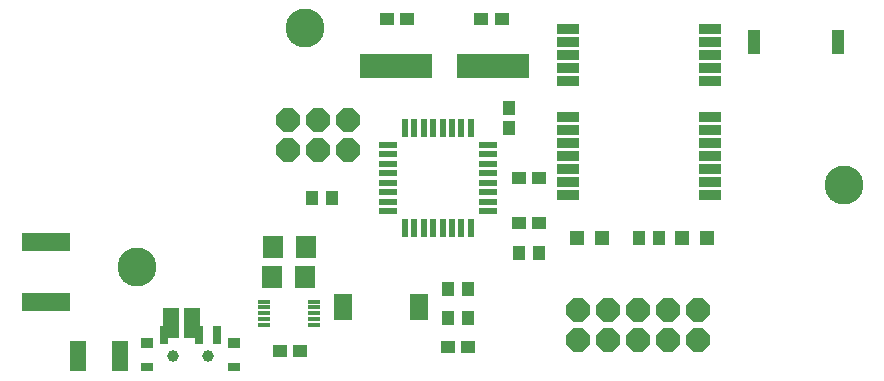
<source format=gts>
G75*
G70*
%OFA0B0*%
%FSLAX24Y24*%
%IPPOS*%
%LPD*%
%AMOC8*
5,1,8,0,0,1.08239X$1,22.5*
%
%ADD10C,0.1300*%
%ADD11R,0.0240X0.0620*%
%ADD12R,0.0620X0.0240*%
%ADD13R,0.0749X0.0355*%
%ADD14R,0.2402X0.0800*%
%ADD15R,0.0434X0.0827*%
%ADD16R,0.0473X0.0434*%
%ADD17R,0.0434X0.0473*%
%ADD18R,0.1640X0.0640*%
%ADD19OC8,0.0780*%
%ADD20R,0.0540X0.1040*%
%ADD21R,0.0512X0.0512*%
%ADD22R,0.0434X0.0138*%
%ADD23R,0.0670X0.0749*%
%ADD24R,0.0631X0.0906*%
%ADD25R,0.0316X0.0631*%
%ADD26R,0.0434X0.0276*%
%ADD27R,0.0434X0.0355*%
%ADD28C,0.0394*%
D10*
X004120Y004180D03*
X009697Y012136D03*
X027680Y006916D03*
D11*
X015235Y005476D03*
X014925Y005476D03*
X014605Y005476D03*
X014295Y005476D03*
X013975Y005476D03*
X013665Y005476D03*
X013345Y005476D03*
X013035Y005476D03*
X013035Y008816D03*
X013345Y008816D03*
X013665Y008816D03*
X013975Y008816D03*
X014295Y008816D03*
X014605Y008816D03*
X014925Y008816D03*
X015235Y008816D03*
D12*
X015805Y008246D03*
X015805Y007936D03*
X015805Y007616D03*
X015805Y007306D03*
X015805Y006986D03*
X015805Y006676D03*
X015805Y006356D03*
X015805Y006046D03*
X012465Y006046D03*
X012465Y006356D03*
X012465Y006676D03*
X012465Y006986D03*
X012465Y007306D03*
X012465Y007616D03*
X012465Y007936D03*
X012465Y008246D03*
D13*
X018475Y008325D03*
X018475Y007892D03*
X018475Y007459D03*
X018475Y007026D03*
X018475Y006593D03*
X018475Y008758D03*
X018475Y009191D03*
X018475Y010372D03*
X018475Y010805D03*
X018475Y011238D03*
X018475Y011672D03*
X018475Y012105D03*
X023200Y012105D03*
X023200Y011672D03*
X023200Y011238D03*
X023200Y010805D03*
X023200Y010372D03*
X023200Y009191D03*
X023200Y008758D03*
X023200Y008325D03*
X023200Y007892D03*
X023200Y007459D03*
X023200Y007026D03*
X023200Y006593D03*
D14*
X015967Y010872D03*
X012739Y010872D03*
D15*
X024680Y011666D03*
X027475Y011666D03*
D16*
X017518Y007137D03*
X016848Y007137D03*
X016848Y005637D03*
X017518Y005637D03*
X015132Y001500D03*
X014462Y001500D03*
X009533Y001369D03*
X008864Y001369D03*
X012444Y012447D03*
X013113Y012447D03*
X015593Y012447D03*
X016263Y012447D03*
D17*
X016503Y009488D03*
X016503Y008819D03*
X010605Y006489D03*
X009936Y006489D03*
X014470Y003464D03*
X015140Y003464D03*
X015140Y002476D03*
X014470Y002476D03*
X016848Y004637D03*
X017518Y004637D03*
X020848Y005137D03*
X021518Y005137D03*
D18*
X001067Y005000D03*
X001067Y003000D03*
D19*
X009149Y008097D03*
X010149Y008097D03*
X011149Y008097D03*
X011149Y009097D03*
X010149Y009097D03*
X009149Y009097D03*
X018801Y002739D03*
X019801Y002739D03*
X020801Y002739D03*
X021801Y002739D03*
X022801Y002739D03*
X022801Y001739D03*
X021801Y001739D03*
X020801Y001739D03*
X019801Y001739D03*
X018801Y001739D03*
D20*
X002152Y001227D03*
X003533Y001205D03*
X005243Y002304D03*
X005946Y002303D03*
D21*
X018770Y005137D03*
X019596Y005137D03*
X022270Y005137D03*
X023096Y005137D03*
D22*
X010015Y003031D03*
X010015Y002834D03*
X010015Y002637D03*
X010015Y002440D03*
X010015Y002243D03*
X008351Y002243D03*
X008351Y002440D03*
X008351Y002637D03*
X008351Y002834D03*
X008351Y003031D03*
D23*
X008618Y003842D03*
X009721Y003842D03*
X009734Y004851D03*
X008632Y004851D03*
D24*
X010976Y002862D03*
X013496Y002862D03*
D25*
X006778Y001916D03*
X006187Y001916D03*
X005006Y001916D03*
D26*
X004455Y000834D03*
X007329Y000834D03*
D27*
X007329Y001660D03*
X004455Y001660D03*
D28*
X005301Y001227D03*
X006482Y001227D03*
M02*

</source>
